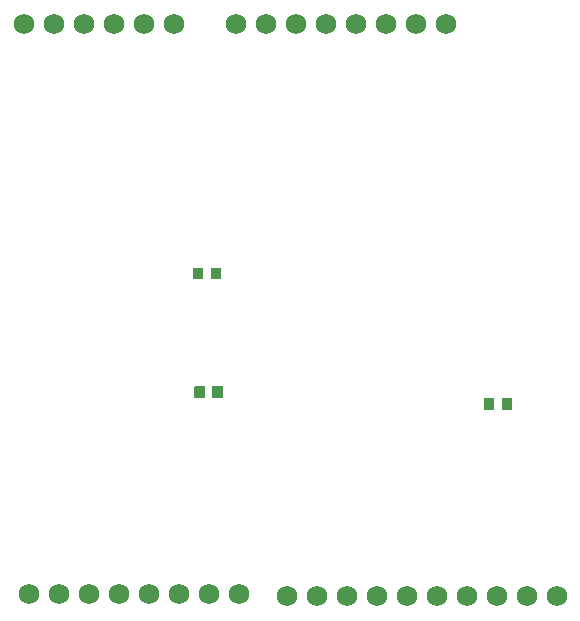
<source format=gts>
G04 Layer: TopSolderMaskLayer*
G04 EasyEDA v6.5.5, 2022-05-22 00:28:19*
G04 37d94133e9fb4008a465715c89777dd1,10*
G04 Gerber Generator version 0.2*
G04 Scale: 100 percent, Rotated: No, Reflected: No *
G04 Dimensions in millimeters *
G04 leading zeros omitted , absolute positions ,4 integer and 5 decimal *
%FSLAX45Y45*%
%MOMM*%

%ADD16C,1.7272*%

%LPD*%
D16*
G01*
X1181100Y6337300D03*
G01*
X1435100Y6337300D03*
G01*
X1689100Y6337300D03*
G01*
X1943100Y6337300D03*
G01*
X2197100Y6337300D03*
G01*
X2451100Y6337300D03*
G01*
X1219200Y1511300D03*
G01*
X1473200Y1511300D03*
G01*
X1727200Y1511300D03*
G01*
X1981200Y1511300D03*
G01*
X2235200Y1511300D03*
G01*
X2489200Y1511300D03*
G01*
X2743200Y1511300D03*
G01*
X2997200Y1511300D03*
G01*
X2971800Y6337300D03*
G01*
X3225800Y6337300D03*
G01*
X3479800Y6337300D03*
G01*
X3733800Y6337300D03*
G01*
X3987800Y6337300D03*
G01*
X4241800Y6337300D03*
G01*
X4495800Y6337300D03*
G01*
X4749800Y6337300D03*
G01*
X3403600Y1498600D03*
G01*
X3657600Y1498600D03*
G01*
X3911600Y1498600D03*
G01*
X4165600Y1498600D03*
G01*
X4419600Y1498600D03*
G01*
X4673600Y1498600D03*
G01*
X4927600Y1498600D03*
G01*
X5181600Y1498600D03*
G01*
X5435600Y1498600D03*
G01*
X5689600Y1498600D03*
G36*
X2778201Y3177519D02*
G01*
X2776677Y3177773D01*
X2775153Y3178535D01*
X2774137Y3179551D01*
X2773375Y3181075D01*
X2773121Y3182599D01*
X2773172Y3182620D01*
X2773172Y3268979D01*
X2773121Y3269000D01*
X2773375Y3270524D01*
X2774137Y3272048D01*
X2775153Y3273064D01*
X2776677Y3273826D01*
X2778201Y3274080D01*
X2778252Y3274060D01*
X2858770Y3274060D01*
X2858848Y3274080D01*
X2860372Y3273826D01*
X2861896Y3273064D01*
X2862912Y3272048D01*
X2863674Y3270524D01*
X2863928Y3269000D01*
X2863850Y3268979D01*
X2863850Y3182620D01*
X2863928Y3182599D01*
X2863674Y3181075D01*
X2862912Y3179551D01*
X2861896Y3178535D01*
X2860372Y3177773D01*
X2858848Y3177519D01*
X2858770Y3177539D01*
X2778252Y3177539D01*
G37*
G36*
X2627551Y3177519D02*
G01*
X2626027Y3177773D01*
X2624503Y3178535D01*
X2623487Y3179551D01*
X2622725Y3181075D01*
X2622471Y3182599D01*
X2622550Y3182620D01*
X2622550Y3268979D01*
X2622471Y3269000D01*
X2622725Y3270524D01*
X2623487Y3272048D01*
X2624503Y3273064D01*
X2626027Y3273826D01*
X2627551Y3274080D01*
X2627629Y3274060D01*
X2708147Y3274060D01*
X2708198Y3274080D01*
X2709722Y3273826D01*
X2711246Y3273064D01*
X2712262Y3272048D01*
X2713024Y3270524D01*
X2713278Y3269000D01*
X2713227Y3268979D01*
X2713227Y3182620D01*
X2713278Y3182599D01*
X2713024Y3181075D01*
X2712262Y3179551D01*
X2711246Y3178535D01*
X2709722Y3177773D01*
X2708198Y3177519D01*
X2708147Y3177539D01*
X2627629Y3177539D01*
G37*
G36*
X2765501Y4180819D02*
G01*
X2763977Y4181073D01*
X2762453Y4181835D01*
X2761437Y4182851D01*
X2760675Y4184375D01*
X2760421Y4185899D01*
X2760472Y4185920D01*
X2760472Y4272279D01*
X2760421Y4272300D01*
X2760675Y4273824D01*
X2761437Y4275348D01*
X2762453Y4276364D01*
X2763977Y4277126D01*
X2765501Y4277380D01*
X2765552Y4277360D01*
X2846070Y4277360D01*
X2846148Y4277380D01*
X2847672Y4277126D01*
X2849196Y4276364D01*
X2850212Y4275348D01*
X2850974Y4273824D01*
X2851228Y4272300D01*
X2851150Y4272279D01*
X2851150Y4185920D01*
X2851228Y4185899D01*
X2850974Y4184375D01*
X2850212Y4182851D01*
X2849196Y4181835D01*
X2847672Y4181073D01*
X2846148Y4180819D01*
X2846070Y4180839D01*
X2765552Y4180839D01*
G37*
G36*
X2614851Y4180819D02*
G01*
X2613327Y4181073D01*
X2611803Y4181835D01*
X2610787Y4182851D01*
X2610025Y4184375D01*
X2609771Y4185899D01*
X2609850Y4185920D01*
X2609850Y4272279D01*
X2609771Y4272300D01*
X2610025Y4273824D01*
X2610787Y4275348D01*
X2611803Y4276364D01*
X2613327Y4277126D01*
X2614851Y4277380D01*
X2614929Y4277360D01*
X2695447Y4277360D01*
X2695498Y4277380D01*
X2697022Y4277126D01*
X2698546Y4276364D01*
X2699562Y4275348D01*
X2700324Y4273824D01*
X2700578Y4272300D01*
X2700527Y4272279D01*
X2700527Y4185920D01*
X2700578Y4185899D01*
X2700324Y4184375D01*
X2699562Y4182851D01*
X2698546Y4181835D01*
X2697022Y4181073D01*
X2695498Y4180819D01*
X2695447Y4180839D01*
X2614929Y4180839D01*
G37*
G36*
X5229301Y3075919D02*
G01*
X5227777Y3076173D01*
X5226253Y3076935D01*
X5225237Y3077951D01*
X5224475Y3079475D01*
X5224221Y3080999D01*
X5224272Y3081020D01*
X5224272Y3167379D01*
X5224221Y3167400D01*
X5224475Y3168924D01*
X5225237Y3170448D01*
X5226253Y3171464D01*
X5227777Y3172226D01*
X5229301Y3172480D01*
X5229352Y3172460D01*
X5309870Y3172460D01*
X5309948Y3172480D01*
X5311472Y3172226D01*
X5312996Y3171464D01*
X5314012Y3170448D01*
X5314774Y3168924D01*
X5315028Y3167400D01*
X5314950Y3167379D01*
X5314950Y3081020D01*
X5315028Y3080999D01*
X5314774Y3079475D01*
X5314012Y3077951D01*
X5312996Y3076935D01*
X5311472Y3076173D01*
X5309948Y3075919D01*
X5309870Y3075939D01*
X5229352Y3075939D01*
G37*
G36*
X5078651Y3075919D02*
G01*
X5077127Y3076173D01*
X5075603Y3076935D01*
X5074587Y3077951D01*
X5073825Y3079475D01*
X5073571Y3080999D01*
X5073650Y3081020D01*
X5073650Y3167379D01*
X5073571Y3167400D01*
X5073825Y3168924D01*
X5074587Y3170448D01*
X5075603Y3171464D01*
X5077127Y3172226D01*
X5078651Y3172480D01*
X5078729Y3172460D01*
X5159247Y3172460D01*
X5159298Y3172480D01*
X5160822Y3172226D01*
X5162346Y3171464D01*
X5163362Y3170448D01*
X5164124Y3168924D01*
X5164378Y3167400D01*
X5164327Y3167379D01*
X5164327Y3081020D01*
X5164378Y3080999D01*
X5164124Y3079475D01*
X5163362Y3077951D01*
X5162346Y3076935D01*
X5160822Y3076173D01*
X5159298Y3075919D01*
X5159247Y3075939D01*
X5078729Y3075939D01*
G37*
M02*

</source>
